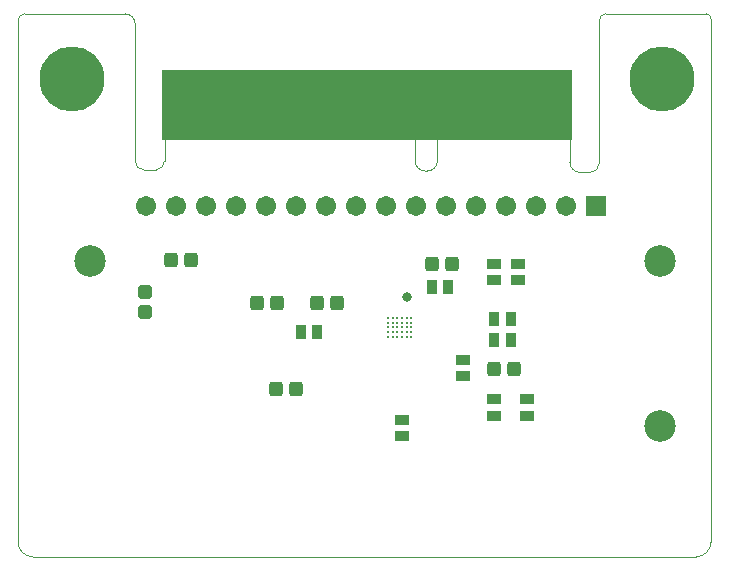
<source format=gts>
G04*
G04 #@! TF.GenerationSoftware,Altium Limited,Altium Designer,22.9.1 (49)*
G04*
G04 Layer_Color=8388736*
%FSLAX25Y25*%
%MOIN*%
G70*
G04*
G04 #@! TF.SameCoordinates,75BF9A83-B890-44CC-8EB5-75566BACED9D*
G04*
G04*
G04 #@! TF.FilePolarity,Negative*
G04*
G01*
G75*
%ADD12C,0.00394*%
%ADD15C,0.00397*%
%ADD18C,0.00945*%
%ADD21R,1.37008X0.23524*%
%ADD22C,0.10512*%
G04:AMPARAMS|DCode=23|XSize=47.37mil|YSize=43.43mil|CornerRadius=8.43mil|HoleSize=0mil|Usage=FLASHONLY|Rotation=90.000|XOffset=0mil|YOffset=0mil|HoleType=Round|Shape=RoundedRectangle|*
%AMROUNDEDRECTD23*
21,1,0.04737,0.02657,0,0,90.0*
21,1,0.03051,0.04343,0,0,90.0*
1,1,0.01686,0.01329,0.01526*
1,1,0.01686,0.01329,-0.01526*
1,1,0.01686,-0.01329,-0.01526*
1,1,0.01686,-0.01329,0.01526*
%
%ADD23ROUNDEDRECTD23*%
%ADD24R,0.03753X0.04540*%
%ADD25R,0.04540X0.03753*%
G04:AMPARAMS|DCode=26|XSize=47.37mil|YSize=43.43mil|CornerRadius=8.43mil|HoleSize=0mil|Usage=FLASHONLY|Rotation=180.000|XOffset=0mil|YOffset=0mil|HoleType=Round|Shape=RoundedRectangle|*
%AMROUNDEDRECTD26*
21,1,0.04737,0.02657,0,0,180.0*
21,1,0.03051,0.04343,0,0,180.0*
1,1,0.01686,-0.01526,0.01329*
1,1,0.01686,0.01526,0.01329*
1,1,0.01686,0.01526,-0.01329*
1,1,0.01686,-0.01526,-0.01329*
%
%ADD26ROUNDEDRECTD26*%
%ADD27R,0.03556X0.17335*%
%ADD28R,0.03556X0.17335*%
%ADD29R,0.06706X0.06706*%
%ADD30C,0.06706*%
%ADD31C,0.21666*%
%ADD32C,0.02200*%
%ADD33C,0.03200*%
D12*
X39933Y328964D02*
G03*
X36614Y332283I-3319J0D01*
G01*
X3150Y332283D02*
G03*
X886Y330020I0J-2264D01*
G01*
X231886Y327354D02*
G03*
X231890Y327358I0J4D01*
G01*
Y330709D02*
G03*
X230315Y332283I-1575J0D01*
G01*
X196850D02*
G03*
X194658Y330091I0J-2193D01*
G01*
X3150Y332283D02*
X36614D01*
X39933Y290010D02*
Y328964D01*
X886Y325854D02*
Y330020D01*
X196850Y332283D02*
X230315D01*
X194658Y282453D02*
Y330091D01*
X184815Y282902D02*
Y290144D01*
X39933Y283208D02*
Y290010D01*
X49776Y283240D02*
Y290010D01*
X142689Y312634D02*
X182846D01*
X184815Y290144D02*
Y310665D01*
X49776Y290010D02*
Y310665D01*
X51744Y312634D01*
X131272D02*
X133240Y310665D01*
X140720D02*
X142689Y312634D01*
X182846D02*
X184815Y310665D01*
X51744Y312634D02*
X131272D01*
X133240Y283303D02*
Y310665D01*
X140720Y283303D02*
Y310665D01*
D15*
X191605Y279400D02*
G03*
X194658Y282453I0J3053D01*
G01*
X184815Y282902D02*
G03*
X188317Y279400I3501J0D01*
G01*
X137317Y279900D02*
G03*
X140720Y283303I0J3403D01*
G01*
X133240D02*
G03*
X136643Y279900I3403J0D01*
G01*
X46835Y280300D02*
G03*
X49776Y283240I0J2940D01*
G01*
X39933Y283208D02*
G03*
X42841Y280300I2908J0D01*
G01*
X886Y156300D02*
G03*
X5886Y151300I5000J0D01*
G01*
X226890D02*
G03*
X231890Y156300I0J5000D01*
G01*
X42841Y280300D02*
X46835D01*
X188317Y279400D02*
X191605D01*
X136643Y279900D02*
X137317D01*
X886Y156300D02*
Y325854D01*
X5886Y151300D02*
X89300D01*
X226890D01*
X231886Y330709D02*
X231886Y156296D01*
D18*
X132056Y230946D02*
D03*
Y229371D02*
D03*
Y227796D02*
D03*
Y226221D02*
D03*
Y224646D02*
D03*
X130482Y230946D02*
D03*
Y229371D02*
D03*
Y227796D02*
D03*
Y226221D02*
D03*
Y224646D02*
D03*
X128907Y230946D02*
D03*
Y229371D02*
D03*
Y227796D02*
D03*
Y226221D02*
D03*
Y224646D02*
D03*
X127332Y230946D02*
D03*
Y229371D02*
D03*
Y227796D02*
D03*
Y226221D02*
D03*
Y224646D02*
D03*
X125757Y230946D02*
D03*
Y229371D02*
D03*
Y227796D02*
D03*
Y226221D02*
D03*
Y224646D02*
D03*
X124182Y230946D02*
D03*
Y229371D02*
D03*
Y227796D02*
D03*
Y226221D02*
D03*
Y224646D02*
D03*
D21*
X117295Y301856D02*
D03*
D22*
X215000Y250000D02*
D03*
X25000D02*
D03*
X215000Y195000D02*
D03*
D23*
X51753Y250300D02*
D03*
X58447D02*
D03*
X159653Y214000D02*
D03*
X166347D02*
D03*
X93593Y207100D02*
D03*
X86900D02*
D03*
X145546Y248900D02*
D03*
X138854D02*
D03*
X87147Y236000D02*
D03*
X80453D02*
D03*
X100554D02*
D03*
X107246D02*
D03*
D24*
X165100Y223453D02*
D03*
X159588D02*
D03*
X165100Y230453D02*
D03*
X159588D02*
D03*
X100600Y226153D02*
D03*
X95088D02*
D03*
X138744Y241100D02*
D03*
X144256D02*
D03*
D25*
X170444Y203809D02*
D03*
Y198298D02*
D03*
X159444Y203809D02*
D03*
Y198298D02*
D03*
X128944Y196965D02*
D03*
Y191454D02*
D03*
X159544Y249009D02*
D03*
Y243498D02*
D03*
X167544Y248965D02*
D03*
Y243454D02*
D03*
X149144Y216910D02*
D03*
Y211398D02*
D03*
D26*
X43300Y232954D02*
D03*
Y239647D02*
D03*
D27*
X131075Y298854D02*
D03*
X119264D02*
D03*
X115327D02*
D03*
X123201D02*
D03*
X107453D02*
D03*
X127138D02*
D03*
X142886D02*
D03*
X146823D02*
D03*
X158634D02*
D03*
X166508D02*
D03*
X170445D02*
D03*
X154697D02*
D03*
X174382D02*
D03*
X162571D02*
D03*
X150760D02*
D03*
X178319D02*
D03*
X182256D02*
D03*
X52335D02*
D03*
X95642D02*
D03*
X99579D02*
D03*
X103516D02*
D03*
X87768D02*
D03*
X60209D02*
D03*
X68083D02*
D03*
X75957D02*
D03*
X83831D02*
D03*
X64146D02*
D03*
X91705D02*
D03*
X79894D02*
D03*
X72020D02*
D03*
D28*
X111390D02*
D03*
X56272D02*
D03*
D29*
X193500Y268200D02*
D03*
D30*
X183500D02*
D03*
X173500D02*
D03*
X163500D02*
D03*
X153500D02*
D03*
X143500D02*
D03*
X133500D02*
D03*
X123500D02*
D03*
X113500D02*
D03*
X103500D02*
D03*
X93500D02*
D03*
X83500D02*
D03*
X73500D02*
D03*
X63500D02*
D03*
X53500D02*
D03*
X43500D02*
D03*
D31*
X215721Y310665D02*
D03*
X18870D02*
D03*
D32*
X215721Y302445D02*
D03*
X209908Y304852D02*
D03*
X207500Y310665D02*
D03*
X209908Y316478D02*
D03*
X215721Y318886D02*
D03*
D03*
X221533Y316478D02*
D03*
X223941Y310665D02*
D03*
X221533Y304852D02*
D03*
X18870Y302445D02*
D03*
X13057Y304852D02*
D03*
X10649Y310665D02*
D03*
X13057Y316478D02*
D03*
X18870Y318886D02*
D03*
D03*
X24683Y316478D02*
D03*
X27091Y310665D02*
D03*
X24683Y304852D02*
D03*
D33*
X130482Y237754D02*
D03*
M02*

</source>
